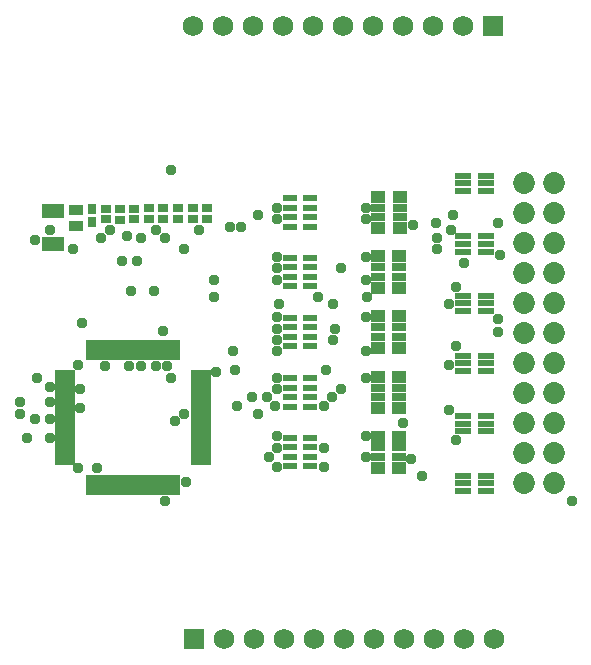
<source format=gbr>
G04 EAGLE Gerber RS-274X export*
G75*
%MOMM*%
%FSLAX34Y34*%
%LPD*%
%INSoldermask Top*%
%IPPOS*%
%AMOC8*
5,1,8,0,0,1.08239X$1,22.5*%
G01*
%ADD10R,1.727200X1.727200*%
%ADD11C,1.727200*%
%ADD12R,1.153200X1.003200*%
%ADD13R,1.153200X0.753200*%
%ADD14R,1.403200X0.603200*%
%ADD15R,1.678200X0.503200*%
%ADD16R,0.503200X1.678200*%
%ADD17R,0.823200X0.803200*%
%ADD18R,1.143200X0.953200*%
%ADD19R,1.983200X1.193200*%
%ADD20R,0.803200X0.953200*%
%ADD21R,1.153200X0.603200*%
%ADD22C,1.853200*%
%ADD23C,0.959600*%


D10*
X596964Y41275D03*
D11*
X622364Y41275D03*
X647764Y41275D03*
X673164Y41275D03*
X698564Y41275D03*
X723964Y41275D03*
X749364Y41275D03*
X774764Y41275D03*
X800164Y41275D03*
X825564Y41275D03*
X850964Y41275D03*
D10*
X850011Y560515D03*
D11*
X824611Y560515D03*
X799211Y560515D03*
X773811Y560515D03*
X748411Y560515D03*
X723011Y560515D03*
X697611Y560515D03*
X672211Y560515D03*
X646811Y560515D03*
X621411Y560515D03*
X596011Y560515D03*
D12*
X770556Y186140D03*
D13*
X770556Y195390D03*
X770556Y203390D03*
D12*
X770556Y212640D03*
X752556Y212640D03*
D13*
X752556Y203390D03*
X752556Y195390D03*
D12*
X752556Y186140D03*
D14*
X844081Y166538D03*
X844081Y173038D03*
X844081Y179538D03*
X825081Y179538D03*
X825081Y173038D03*
X825081Y166538D03*
X844144Y268011D03*
X844144Y274511D03*
X844144Y281011D03*
X825144Y281011D03*
X825144Y274511D03*
X825144Y268011D03*
D12*
X770746Y236559D03*
D13*
X770746Y245809D03*
X770746Y253809D03*
D12*
X770746Y263059D03*
X752746Y263059D03*
D13*
X752746Y253809D03*
X752746Y245809D03*
D12*
X752746Y236559D03*
D14*
X844208Y216957D03*
X844208Y223457D03*
X844208Y229957D03*
X825208Y229957D03*
X825208Y223457D03*
X825208Y216957D03*
X844208Y318874D03*
X844208Y325374D03*
X844208Y331874D03*
X825208Y331874D03*
X825208Y325374D03*
X825208Y318874D03*
D12*
X770937Y287931D03*
D13*
X770937Y297181D03*
X770937Y305181D03*
D12*
X770937Y314431D03*
X752937Y314431D03*
D13*
X752937Y305181D03*
X752937Y297181D03*
D12*
X752937Y287931D03*
D14*
X844144Y420411D03*
X844144Y426911D03*
X844144Y433411D03*
X825144Y433411D03*
X825144Y426911D03*
X825144Y420411D03*
D12*
X771254Y389213D03*
D13*
X771254Y398463D03*
X771254Y406463D03*
D12*
X771254Y415713D03*
X753254Y415713D03*
D13*
X753254Y406463D03*
X753254Y398463D03*
D12*
X753254Y389213D03*
D14*
X844271Y369230D03*
X844271Y375730D03*
X844271Y382230D03*
X825271Y382230D03*
X825271Y375730D03*
X825271Y369230D03*
D12*
X770937Y338604D03*
D13*
X770937Y347854D03*
X770937Y355854D03*
D12*
X770937Y365104D03*
X752937Y365104D03*
D13*
X752937Y355854D03*
X752937Y347854D03*
D12*
X752937Y338604D03*
D15*
X602718Y191354D03*
X602718Y196354D03*
X602718Y201354D03*
X602718Y206354D03*
X602718Y211354D03*
X602718Y216354D03*
X602718Y221354D03*
X602718Y226354D03*
X602718Y231354D03*
X602718Y236354D03*
X602718Y241354D03*
X602718Y246354D03*
X602718Y251354D03*
X602718Y256354D03*
X602718Y261354D03*
X602718Y266354D03*
D16*
X582838Y286234D03*
X577838Y286234D03*
X572838Y286234D03*
X567838Y286234D03*
X562838Y286234D03*
X557838Y286234D03*
X552838Y286234D03*
X547838Y286234D03*
X542838Y286234D03*
X537838Y286234D03*
X532838Y286234D03*
X527838Y286234D03*
X522838Y286234D03*
X517838Y286234D03*
X512838Y286234D03*
X507838Y286234D03*
D15*
X487958Y266354D03*
X487958Y261354D03*
X487958Y256354D03*
X487958Y251354D03*
X487958Y246354D03*
X487958Y241354D03*
X487958Y236354D03*
X487958Y231354D03*
X487958Y226354D03*
X487958Y221354D03*
X487958Y216354D03*
X487958Y211354D03*
X487958Y206354D03*
X487958Y201354D03*
X487958Y196354D03*
X487958Y191354D03*
D16*
X507838Y171474D03*
X512838Y171474D03*
X517838Y171474D03*
X522838Y171474D03*
X527838Y171474D03*
X532838Y171474D03*
X537838Y171474D03*
X542838Y171474D03*
X547838Y171474D03*
X552838Y171474D03*
X557838Y171474D03*
X562838Y171474D03*
X567838Y171474D03*
X572838Y171474D03*
X577838Y171474D03*
X582838Y171474D03*
D17*
X546672Y396466D03*
X546672Y405666D03*
D18*
X497459Y404764D03*
X497459Y390764D03*
D17*
X534670Y396403D03*
X534670Y405603D03*
D19*
X477393Y403636D03*
X477393Y375636D03*
D17*
X522669Y405666D03*
X522669Y396466D03*
D20*
X510858Y404915D03*
X510858Y393915D03*
D17*
X608521Y405857D03*
X608521Y396657D03*
X571246Y405793D03*
X571246Y396593D03*
X596138Y405857D03*
X596138Y396657D03*
X558991Y405730D03*
X558991Y396530D03*
X583692Y396593D03*
X583692Y405793D03*
D21*
X695697Y237809D03*
X695697Y245809D03*
X695697Y253809D03*
X695697Y261809D03*
X678697Y261809D03*
X678697Y253809D03*
X678697Y245809D03*
X678697Y237809D03*
X695570Y187390D03*
X695570Y195390D03*
X695570Y203390D03*
X695570Y211390D03*
X678570Y211390D03*
X678570Y203390D03*
X678570Y195390D03*
X678570Y187390D03*
X695634Y289054D03*
X695634Y297054D03*
X695634Y305054D03*
X695634Y313054D03*
X678634Y313054D03*
X678634Y305054D03*
X678634Y297054D03*
X678634Y289054D03*
X695507Y390400D03*
X695507Y398400D03*
X695507Y406400D03*
X695507Y414400D03*
X678507Y414400D03*
X678507Y406400D03*
X678507Y398400D03*
X678507Y390400D03*
X695697Y339790D03*
X695697Y347790D03*
X695697Y355790D03*
X695697Y363790D03*
X678697Y363790D03*
X678697Y355790D03*
X678697Y347790D03*
X678697Y339790D03*
D22*
X901891Y401828D03*
X901891Y427228D03*
X876491Y427228D03*
X876491Y401828D03*
X901891Y376428D03*
X876491Y376428D03*
X901891Y351028D03*
X876491Y351028D03*
X901891Y325628D03*
X876491Y325628D03*
X901891Y300228D03*
X876491Y300228D03*
X901891Y274828D03*
X876491Y274828D03*
X901891Y249428D03*
X876491Y249428D03*
X901891Y224028D03*
X876491Y224028D03*
X901891Y198628D03*
X876491Y198628D03*
X901891Y173228D03*
X876491Y173228D03*
D23*
X515200Y185600D03*
X499200Y185600D03*
X462400Y379200D03*
X475200Y254400D03*
X564800Y272000D03*
X552000Y272000D03*
X577600Y262400D03*
X803200Y371200D03*
X588800Y371200D03*
X494400Y371200D03*
X577600Y438400D03*
X540800Y382400D03*
X564800Y387200D03*
X601600Y387200D03*
X780800Y193600D03*
X790400Y179200D03*
X572800Y158400D03*
X916800Y158400D03*
X475200Y211200D03*
X456000Y211200D03*
X475200Y227200D03*
X462400Y227200D03*
X500800Y236800D03*
X449600Y232000D03*
X475200Y241600D03*
X449600Y241600D03*
X500800Y252800D03*
X464000Y262400D03*
X707200Y203200D03*
X667200Y203200D03*
X707200Y187200D03*
X667200Y187200D03*
X667200Y212800D03*
X742400Y212800D03*
X502400Y308800D03*
X660800Y195200D03*
X742400Y195200D03*
X819200Y209600D03*
X774400Y224000D03*
X812800Y235200D03*
X812800Y273600D03*
X819200Y289600D03*
X667200Y262400D03*
X742400Y262400D03*
X651200Y232000D03*
X721600Y252800D03*
X667200Y252800D03*
X659200Y246400D03*
X646400Y246400D03*
X713600Y246400D03*
X665600Y238400D03*
X633600Y238400D03*
X707200Y238400D03*
X854400Y300800D03*
X854400Y312000D03*
X819200Y339200D03*
X812800Y324800D03*
X667200Y313600D03*
X742400Y313600D03*
X588800Y232000D03*
X716800Y304000D03*
X667200Y304000D03*
X715200Y294400D03*
X667200Y294400D03*
X667200Y284800D03*
X742400Y284800D03*
X580800Y225600D03*
X803200Y380800D03*
X816000Y400000D03*
X801600Y393600D03*
X854400Y393600D03*
X814400Y387200D03*
X627200Y390400D03*
X651200Y400000D03*
X667200Y406400D03*
X742400Y406400D03*
X636800Y390400D03*
X667200Y396800D03*
X742400Y396800D03*
X668800Y324800D03*
X715200Y324800D03*
X632000Y268800D03*
X708800Y268800D03*
X825600Y360000D03*
X856000Y366400D03*
X782400Y392000D03*
X667200Y364800D03*
X742400Y364800D03*
X616000Y267200D03*
X630400Y284800D03*
X721600Y355200D03*
X667200Y355200D03*
X702400Y331200D03*
X744000Y331200D03*
X614400Y331200D03*
X667200Y345600D03*
X742400Y345600D03*
X614400Y345600D03*
X518400Y380800D03*
X590400Y174400D03*
X563200Y336000D03*
X544000Y336000D03*
X552000Y380800D03*
X572800Y380800D03*
X574400Y272000D03*
X571200Y302400D03*
X526400Y387200D03*
X475200Y387200D03*
X542400Y272000D03*
X521600Y272000D03*
X499200Y273600D03*
X548800Y361600D03*
X536000Y361600D03*
M02*

</source>
